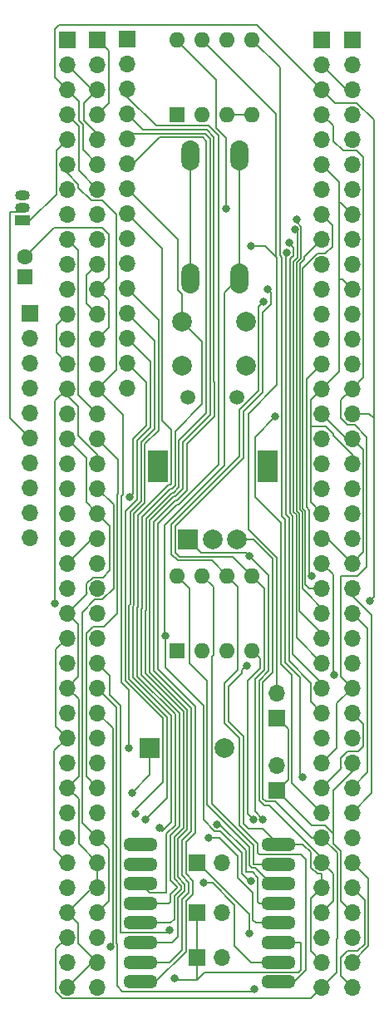
<source format=gbl>
G04 #@! TF.GenerationSoftware,KiCad,Pcbnew,7.0.7*
G04 #@! TF.CreationDate,2023-09-13T10:23:32-04:00*
G04 #@! TF.ProjectId,sensor_node,73656e73-6f72-45f6-9e6f-64652e6b6963,rev?*
G04 #@! TF.SameCoordinates,Original*
G04 #@! TF.FileFunction,Copper,L2,Bot*
G04 #@! TF.FilePolarity,Positive*
%FSLAX46Y46*%
G04 Gerber Fmt 4.6, Leading zero omitted, Abs format (unit mm)*
G04 Created by KiCad (PCBNEW 7.0.7) date 2023-09-13 10:23:32*
%MOMM*%
%LPD*%
G01*
G04 APERTURE LIST*
G04 #@! TA.AperFunction,ComponentPad*
%ADD10R,1.700000X1.700000*%
G04 #@! TD*
G04 #@! TA.AperFunction,ComponentPad*
%ADD11O,1.700000X1.700000*%
G04 #@! TD*
G04 #@! TA.AperFunction,ComponentPad*
%ADD12R,1.600000X1.600000*%
G04 #@! TD*
G04 #@! TA.AperFunction,ComponentPad*
%ADD13O,1.600000X1.600000*%
G04 #@! TD*
G04 #@! TA.AperFunction,ComponentPad*
%ADD14R,2.000000X2.000000*%
G04 #@! TD*
G04 #@! TA.AperFunction,ComponentPad*
%ADD15C,2.000000*%
G04 #@! TD*
G04 #@! TA.AperFunction,ComponentPad*
%ADD16R,1.500000X1.050000*%
G04 #@! TD*
G04 #@! TA.AperFunction,ComponentPad*
%ADD17O,1.500000X1.050000*%
G04 #@! TD*
G04 #@! TA.AperFunction,ComponentPad*
%ADD18C,1.500000*%
G04 #@! TD*
G04 #@! TA.AperFunction,ComponentPad*
%ADD19R,2.000000X3.200000*%
G04 #@! TD*
G04 #@! TA.AperFunction,ComponentPad*
%ADD20O,3.500000X1.350000*%
G04 #@! TD*
G04 #@! TA.AperFunction,ComponentPad*
%ADD21C,1.600000*%
G04 #@! TD*
G04 #@! TA.AperFunction,ComponentPad*
%ADD22O,1.850000X3.048000*%
G04 #@! TD*
G04 #@! TA.AperFunction,ViaPad*
%ADD23C,0.800000*%
G04 #@! TD*
G04 #@! TA.AperFunction,Conductor*
%ADD24C,0.200000*%
G04 #@! TD*
G04 #@! TA.AperFunction,Conductor*
%ADD25C,0.150000*%
G04 #@! TD*
G04 APERTURE END LIST*
D10*
X154686000Y-115062000D03*
D11*
X154686000Y-112522000D03*
D10*
X139446000Y-38557200D03*
D11*
X139446000Y-41097200D03*
X139446000Y-43637200D03*
X139446000Y-46177200D03*
X139446000Y-48717200D03*
X139446000Y-51257200D03*
X139446000Y-53797200D03*
X139446000Y-56337200D03*
X139446000Y-58877200D03*
X139446000Y-61417200D03*
X139446000Y-63957200D03*
X139446000Y-66497200D03*
X139446000Y-69037200D03*
X139446000Y-71577200D03*
X139446000Y-74117200D03*
D10*
X133315000Y-38590000D03*
D11*
X133315000Y-41130000D03*
X133315000Y-43670000D03*
X133315000Y-46210000D03*
X133315000Y-48750000D03*
X133315000Y-51290000D03*
X133315000Y-53830000D03*
X133315000Y-56370000D03*
X133315000Y-58910000D03*
X133315000Y-61450000D03*
X133315000Y-63990000D03*
X133315000Y-66530000D03*
X133315000Y-69070000D03*
X133315000Y-71610000D03*
X133315000Y-74150000D03*
X133315000Y-76690000D03*
X133315000Y-79230000D03*
X133315000Y-81770000D03*
X133315000Y-84310000D03*
X133315000Y-86850000D03*
X133315000Y-89390000D03*
X133315000Y-91930000D03*
X133315000Y-94470000D03*
X133315000Y-97010000D03*
X133315000Y-99550000D03*
X133315000Y-102090000D03*
X133315000Y-104630000D03*
X133315000Y-107170000D03*
X133315000Y-109710000D03*
X133315000Y-112250000D03*
X133315000Y-114790000D03*
X133315000Y-117330000D03*
X133315000Y-119870000D03*
X133315000Y-122410000D03*
X133315000Y-124950000D03*
X133315000Y-127490000D03*
X133315000Y-130030000D03*
X133315000Y-132570000D03*
X133315000Y-135110000D03*
D10*
X162340000Y-38590000D03*
D11*
X162340000Y-41130000D03*
X162340000Y-43670000D03*
X162340000Y-46210000D03*
X162340000Y-48750000D03*
X162340000Y-51290000D03*
X162340000Y-53830000D03*
X162340000Y-56370000D03*
X162340000Y-58910000D03*
X162340000Y-61450000D03*
X162340000Y-63990000D03*
X162340000Y-66530000D03*
X162340000Y-69070000D03*
X162340000Y-71610000D03*
X162340000Y-74150000D03*
X162340000Y-76690000D03*
X162340000Y-79230000D03*
X162340000Y-81770000D03*
X162340000Y-84310000D03*
X162340000Y-86850000D03*
X162340000Y-89390000D03*
X162340000Y-91930000D03*
X162340000Y-94470000D03*
X162340000Y-97010000D03*
X162340000Y-99550000D03*
X162340000Y-102090000D03*
X162340000Y-104630000D03*
X162340000Y-107170000D03*
X162340000Y-109710000D03*
X162340000Y-112250000D03*
X162340000Y-114790000D03*
X162340000Y-117330000D03*
X162340000Y-119870000D03*
X162340000Y-122410000D03*
X162340000Y-124950000D03*
X162340000Y-127490000D03*
X162340000Y-130030000D03*
X162340000Y-132570000D03*
X162340000Y-135110000D03*
D12*
X144526000Y-100838000D03*
D13*
X147066000Y-100838000D03*
X149606000Y-100838000D03*
X152146000Y-100838000D03*
X152146000Y-93218000D03*
X149606000Y-93218000D03*
X147066000Y-93218000D03*
X144526000Y-93218000D03*
D14*
X141742000Y-110744000D03*
D15*
X149342000Y-110744000D03*
D16*
X128750000Y-57000000D03*
D17*
X128750000Y-55730000D03*
X128750000Y-54460000D03*
D18*
X145622000Y-75042000D03*
X150622000Y-75042000D03*
D14*
X145622000Y-89542000D03*
D15*
X150622000Y-89542000D03*
X148122000Y-89542000D03*
D19*
X142522000Y-82042000D03*
X153722000Y-82042000D03*
D10*
X146558000Y-132108000D03*
D11*
X149098000Y-132108000D03*
D10*
X129500000Y-66470000D03*
D11*
X129500000Y-69010000D03*
X129500000Y-71550000D03*
X129500000Y-74090000D03*
X129500000Y-76630000D03*
X129500000Y-79170000D03*
X129500000Y-81710000D03*
X129500000Y-84250000D03*
X129500000Y-86790000D03*
X129500000Y-89330000D03*
D20*
X154798000Y-134568000D03*
X154798000Y-132568000D03*
X154798000Y-130568000D03*
X154798000Y-128568000D03*
X154798000Y-126568000D03*
X154798000Y-124568000D03*
X154798000Y-122568000D03*
X154798000Y-120568000D03*
X140804000Y-134568000D03*
X140804000Y-132568000D03*
X140804000Y-130568000D03*
X140804000Y-128568000D03*
X140804000Y-126568000D03*
X140804000Y-124568000D03*
X140804000Y-122568000D03*
X140804000Y-120568000D03*
D10*
X154686000Y-107696000D03*
D11*
X154686000Y-105156000D03*
D12*
X144526000Y-46228000D03*
D13*
X147066000Y-46228000D03*
X149606000Y-46228000D03*
X152146000Y-46228000D03*
X152146000Y-38608000D03*
X149606000Y-38608000D03*
X147066000Y-38608000D03*
X144526000Y-38608000D03*
D10*
X146558000Y-127508000D03*
D11*
X149098000Y-127508000D03*
D12*
X129000000Y-62750000D03*
D21*
X129000000Y-60750000D03*
D10*
X146558000Y-122428000D03*
D11*
X149098000Y-122428000D03*
D22*
X145836000Y-62882000D03*
X145836000Y-50382000D03*
X150836000Y-62882000D03*
X150836000Y-50382000D03*
D15*
X151535200Y-71846000D03*
X145035200Y-71846000D03*
X151535200Y-67346000D03*
X145035200Y-67346000D03*
D10*
X136398000Y-38608000D03*
D11*
X136398000Y-41148000D03*
X136398000Y-43688000D03*
X136398000Y-46228000D03*
X136398000Y-48768000D03*
X136398000Y-51308000D03*
X136398000Y-53848000D03*
X136398000Y-56388000D03*
X136398000Y-58928000D03*
X136398000Y-61468000D03*
X136398000Y-64008000D03*
X136398000Y-66548000D03*
X136398000Y-69088000D03*
X136398000Y-71628000D03*
X136398000Y-74168000D03*
X136398000Y-76708000D03*
X136398000Y-79248000D03*
X136398000Y-81788000D03*
X136398000Y-84328000D03*
X136398000Y-86868000D03*
X136398000Y-89408000D03*
X136398000Y-91948000D03*
X136398000Y-94488000D03*
X136398000Y-97028000D03*
X136398000Y-99568000D03*
X136398000Y-102108000D03*
X136398000Y-104648000D03*
X136398000Y-107188000D03*
X136398000Y-109728000D03*
X136398000Y-112268000D03*
X136398000Y-114808000D03*
X136398000Y-117348000D03*
X136398000Y-119888000D03*
X136398000Y-122428000D03*
X136398000Y-124968000D03*
X136398000Y-127508000D03*
X136398000Y-130048000D03*
X136398000Y-132588000D03*
X136398000Y-135128000D03*
D10*
X159258000Y-38608000D03*
D11*
X159258000Y-41148000D03*
X159258000Y-43688000D03*
X159258000Y-46228000D03*
X159258000Y-48768000D03*
X159258000Y-51308000D03*
X159258000Y-53848000D03*
X159258000Y-56388000D03*
X159258000Y-58928000D03*
X159258000Y-61468000D03*
X159258000Y-64008000D03*
X159258000Y-66548000D03*
X159258000Y-69088000D03*
X159258000Y-71628000D03*
X159258000Y-74168000D03*
X159258000Y-76708000D03*
X159258000Y-79248000D03*
X159258000Y-81788000D03*
X159258000Y-84328000D03*
X159258000Y-86868000D03*
X159258000Y-89408000D03*
X159258000Y-91948000D03*
X159258000Y-94488000D03*
X159258000Y-97028000D03*
X159258000Y-99568000D03*
X159258000Y-102108000D03*
X159258000Y-104648000D03*
X159258000Y-107188000D03*
X159258000Y-109728000D03*
X159258000Y-112268000D03*
X159258000Y-114808000D03*
X159258000Y-117348000D03*
X159258000Y-119888000D03*
X159258000Y-122428000D03*
X159258000Y-124968000D03*
X159258000Y-127508000D03*
X159258000Y-130048000D03*
X159258000Y-132588000D03*
X159258000Y-135128000D03*
D23*
X151892000Y-91186000D03*
X149500000Y-55792500D03*
X152058595Y-59655493D03*
X143307067Y-99314000D03*
X152000000Y-124300000D03*
X143756500Y-129283535D03*
X157250000Y-113750000D03*
X152250000Y-118000000D03*
X155684662Y-60279569D03*
X158242000Y-93218000D03*
X153249503Y-118000000D03*
X153732500Y-64008000D03*
X153332500Y-65278000D03*
X139689692Y-85189692D03*
X164146500Y-95758000D03*
X139549500Y-110750000D03*
X156508500Y-57912000D03*
X156718000Y-56896000D03*
X139900000Y-115300000D03*
X132080000Y-96000000D03*
X155892474Y-59301909D03*
X137700000Y-131000000D03*
X152400000Y-135300000D03*
X147232500Y-124460000D03*
X142700000Y-118900000D03*
X141300000Y-118000000D03*
X147685221Y-119914779D03*
X148597820Y-118502180D03*
X140300000Y-117449500D03*
X154494500Y-77000000D03*
X151829500Y-129600000D03*
X160479500Y-103308359D03*
X144272000Y-134174500D03*
X151575500Y-102362000D03*
D24*
X152850000Y-116091686D02*
X153370314Y-116612000D01*
X160408000Y-123578000D02*
X159258000Y-122428000D01*
X160408000Y-126358000D02*
X160408000Y-123578000D01*
X146922000Y-90842000D02*
X151548000Y-90842000D01*
X152850000Y-103886313D02*
X152850000Y-116091686D01*
X153816000Y-93110000D02*
X153816000Y-102920313D01*
X151892000Y-91186000D02*
X153816000Y-93110000D01*
X153912000Y-116612000D02*
X159258000Y-121958000D01*
X153816000Y-102920313D02*
X152850000Y-103886313D01*
X151548000Y-90842000D02*
X151892000Y-91186000D01*
X159258000Y-121958000D02*
X159258000Y-122428000D01*
X159258000Y-127508000D02*
X160408000Y-126358000D01*
X153370314Y-116612000D02*
X153912000Y-116612000D01*
X145622000Y-89542000D02*
X146922000Y-90842000D01*
X144526000Y-38726000D02*
X144526000Y-38608000D01*
X149500000Y-55792500D02*
X149500000Y-48604314D01*
X149500000Y-48604314D02*
X148506000Y-47610314D01*
X148506000Y-47610314D02*
X148506000Y-42706000D01*
X148506000Y-42706000D02*
X144526000Y-38726000D01*
X154686000Y-73768000D02*
X151750000Y-76704000D01*
X154584662Y-56896000D02*
X154584662Y-60735205D01*
X154584662Y-60735205D02*
X154686000Y-60836543D01*
X151750000Y-76704000D02*
X151750000Y-88446315D01*
X147066000Y-38608000D02*
X154584662Y-46126662D01*
X152058595Y-59655493D02*
X153504950Y-59655493D01*
X154686000Y-91382315D02*
X154686000Y-105156000D01*
X151750000Y-88446315D02*
X154686000Y-91382315D01*
X153504950Y-59655493D02*
X154584662Y-60735205D01*
X154686000Y-60836543D02*
X154686000Y-73768000D01*
X154584662Y-46126662D02*
X154584662Y-56896000D01*
X151834943Y-124300000D02*
X151100000Y-123565057D01*
X147174000Y-118068310D02*
X147174000Y-106424000D01*
X151100000Y-121400000D02*
X148902180Y-119202180D01*
X143307067Y-102557067D02*
X143307067Y-99314000D01*
X151100000Y-123565057D02*
X151100000Y-121400000D01*
X143263473Y-99270406D02*
X143263473Y-88072841D01*
X149352000Y-64366000D02*
X150836000Y-62882000D01*
X149352000Y-81984314D02*
X149352000Y-64366000D01*
X148902180Y-119202180D02*
X148307870Y-119202180D01*
X143307067Y-99314000D02*
X143263473Y-99270406D01*
X150836000Y-50382000D02*
X150836000Y-62882000D01*
X143263473Y-88072841D02*
X149352000Y-81984314D01*
X147174000Y-106424000D02*
X143307067Y-102557067D01*
X148307870Y-119202180D02*
X147174000Y-118068310D01*
X152000000Y-124300000D02*
X151834943Y-124300000D01*
X143756500Y-129283535D02*
X143497035Y-129543000D01*
X157000000Y-103565686D02*
X155492000Y-102057686D01*
X154984662Y-60569519D02*
X154984662Y-41446662D01*
X157000000Y-113500000D02*
X157000000Y-103565686D01*
X137668000Y-103378000D02*
X136398000Y-102108000D01*
X155492000Y-102057686D02*
X155492000Y-87456824D01*
X154984662Y-41446662D02*
X152146000Y-38608000D01*
X138748000Y-129543000D02*
X138748000Y-106432314D01*
X137668000Y-105352314D02*
X137668000Y-103378000D01*
X138748000Y-106432314D02*
X137668000Y-105352314D01*
X155194000Y-87158823D02*
X155194000Y-60778857D01*
X155492000Y-87456824D02*
X155194000Y-87158823D01*
X157250000Y-113750000D02*
X157000000Y-113500000D01*
X155194000Y-60778857D02*
X154984662Y-60569519D01*
X143497035Y-129543000D02*
X138748000Y-129543000D01*
X151676000Y-103928942D02*
X152945999Y-102658943D01*
X152945999Y-102658943D02*
X152945999Y-101637999D01*
X151676000Y-117426000D02*
X151676000Y-103928942D01*
X152250000Y-118000000D02*
X151676000Y-117426000D01*
X152945999Y-101637999D02*
X152146000Y-100838000D01*
X155594000Y-60613171D02*
X155594000Y-86993138D01*
X155472530Y-60491701D02*
X155594000Y-60613171D01*
X155892000Y-87291138D02*
X155892000Y-101892000D01*
X155684662Y-60279569D02*
X155472530Y-60491701D01*
X155594000Y-86993138D02*
X155892000Y-87291138D01*
X155892000Y-101892000D02*
X158108000Y-104108000D01*
X158108000Y-106038000D02*
X159258000Y-107188000D01*
X158108000Y-104108000D02*
X158108000Y-106038000D01*
X157693000Y-86193000D02*
X158000000Y-86500000D01*
X157693000Y-73193000D02*
X157693000Y-86193000D01*
X158000000Y-86500000D02*
X157942000Y-86558000D01*
X157942000Y-86558000D02*
X157942000Y-92918000D01*
X157942000Y-92918000D02*
X158242000Y-93218000D01*
X159258000Y-71628000D02*
X157693000Y-73193000D01*
X153235200Y-66365250D02*
X153235200Y-74479411D01*
X151276000Y-76438611D02*
X151276000Y-81191685D01*
X153732500Y-64008000D02*
X154032500Y-64308000D01*
X144322000Y-90842000D02*
X144722000Y-91242000D01*
X153416000Y-102754627D02*
X153416000Y-94488000D01*
X144722000Y-91242000D02*
X150170000Y-91242000D01*
X151276000Y-81191685D02*
X144322000Y-88145686D01*
X153249503Y-118000000D02*
X152450000Y-117200497D01*
X144322000Y-88145686D02*
X144322000Y-90842000D01*
X153235200Y-74479411D02*
X151276000Y-76438611D01*
X150170000Y-91242000D02*
X152146000Y-93218000D01*
X154032500Y-65567950D02*
X153235200Y-66365250D01*
X153416000Y-94488000D02*
X152146000Y-93218000D01*
X152450000Y-117200497D02*
X152450000Y-103720627D01*
X152450000Y-103720627D02*
X153416000Y-102754627D01*
X154032500Y-64308000D02*
X154032500Y-65567950D01*
X157600000Y-122100000D02*
X157600000Y-133400000D01*
X149606000Y-93218000D02*
X148030000Y-91642000D01*
X150876000Y-118659744D02*
X152700000Y-120483744D01*
X156432000Y-134568000D02*
X154798000Y-134568000D01*
X144556314Y-91642000D02*
X143922000Y-91007685D01*
X150876000Y-109728000D02*
X150876000Y-118659744D01*
X152893000Y-121593000D02*
X157093000Y-121593000D01*
X148030000Y-91642000D02*
X144556314Y-91642000D01*
X150876000Y-81026000D02*
X150876000Y-76272925D01*
X150876000Y-76272925D02*
X152835200Y-74313725D01*
X152835200Y-65775300D02*
X153332500Y-65278000D01*
X143922000Y-87980000D02*
X150876000Y-81026000D01*
X152700000Y-120483744D02*
X152700000Y-121400000D01*
X150706000Y-94318000D02*
X150706000Y-102786000D01*
X149350000Y-104142000D02*
X149350000Y-108201999D01*
X149350000Y-108201999D02*
X150876000Y-109728000D01*
X149606000Y-93218000D02*
X150706000Y-94318000D01*
X150706000Y-102786000D02*
X149350000Y-104142000D01*
X157600000Y-133400000D02*
X156432000Y-134568000D01*
X152835200Y-74313725D02*
X152835200Y-65775300D01*
X157093000Y-121593000D02*
X157600000Y-122100000D01*
X152700000Y-121400000D02*
X152893000Y-121593000D01*
X143922000Y-91007685D02*
X143922000Y-87980000D01*
X148201200Y-94353200D02*
X147066000Y-93218000D01*
X148201200Y-101258435D02*
X148201200Y-94353200D01*
X148042000Y-116391430D02*
X148042000Y-101417635D01*
X154798000Y-122568000D02*
X152300000Y-122568000D01*
X148042000Y-101417635D02*
X148201200Y-101258435D01*
X152300000Y-120649430D02*
X148042000Y-116391430D01*
X152300000Y-122568000D02*
X152300000Y-120649430D01*
X145796000Y-102108000D02*
X145796000Y-94488000D01*
X145796000Y-94488000D02*
X144526000Y-93218000D01*
X151900000Y-122733685D02*
X151900000Y-120815116D01*
X152134315Y-122968000D02*
X151900000Y-122733685D01*
X154068000Y-124568000D02*
X152468000Y-122968000D01*
X140022000Y-84857384D02*
X139689692Y-85189692D01*
X147574000Y-116489116D02*
X147574000Y-103886000D01*
X141400000Y-77902942D02*
X140022000Y-79280942D01*
X154798000Y-124568000D02*
X154068000Y-124568000D01*
X140022000Y-79280942D02*
X140022000Y-84857384D01*
X139446000Y-71577200D02*
X141400000Y-73531200D01*
X141400000Y-73531200D02*
X141400000Y-77902942D01*
X151900000Y-120815116D02*
X147574000Y-116489116D01*
X152468000Y-122968000D02*
X152134315Y-122968000D01*
X147574000Y-103886000D02*
X145796000Y-102108000D01*
X140804000Y-126568000D02*
X143632000Y-126568000D01*
X143808000Y-119647686D02*
X144750000Y-118705686D01*
X143987686Y-84342000D02*
X144304000Y-84025685D01*
X140932000Y-87217688D02*
X143807686Y-84342000D01*
X140932000Y-96561572D02*
X140932000Y-87217688D01*
X145035200Y-67346000D02*
X145035200Y-64517200D01*
X144500000Y-125003256D02*
X144500000Y-124932744D01*
X144611000Y-64093000D02*
X144611000Y-58962200D01*
X144304000Y-84025685D02*
X144304000Y-78494744D01*
X144611000Y-58962200D02*
X139446000Y-53797200D01*
X144500000Y-124932744D02*
X143808000Y-124240742D01*
X144750000Y-118705686D02*
X144750000Y-107171570D01*
X143808000Y-125695257D02*
X144500000Y-125003256D01*
X145035200Y-64517200D02*
X144611000Y-64093000D01*
X140862000Y-103283570D02*
X140862000Y-96631572D01*
X143632000Y-126568000D02*
X143808000Y-126392000D01*
X147066000Y-75732744D02*
X147066000Y-69376800D01*
X144304000Y-78494744D02*
X147066000Y-75732744D01*
X143807686Y-84342000D02*
X143987686Y-84342000D01*
X147066000Y-69376800D02*
X145035200Y-67346000D01*
X140862000Y-96631572D02*
X140932000Y-96561572D01*
X143808000Y-126392000D02*
X143808000Y-125695257D01*
X144750000Y-107171570D02*
X140862000Y-103283570D01*
X143808000Y-124240742D02*
X143808000Y-119647686D01*
X162812346Y-45056000D02*
X164540000Y-46783654D01*
X162966000Y-111100000D02*
X163490000Y-110576000D01*
X132080000Y-37510000D02*
X132080000Y-42442000D01*
X161264827Y-112801173D02*
X161190000Y-112726346D01*
X132000000Y-121102000D02*
X132000000Y-111010000D01*
X163490000Y-110576000D02*
X163490000Y-108327000D01*
X134500000Y-46829314D02*
X134900000Y-47229315D01*
X152654000Y-37084000D02*
X132506000Y-37084000D01*
X133304000Y-122406000D02*
X132000000Y-121102000D01*
X132154000Y-100696000D02*
X133304000Y-99546000D01*
X132154000Y-108556000D02*
X132154000Y-100696000D01*
X164540000Y-95364500D02*
X164146500Y-95758000D01*
X164540000Y-77150000D02*
X164540000Y-95364500D01*
X134900000Y-49810000D02*
X136398000Y-51308000D01*
X160626000Y-45056000D02*
X162812346Y-45056000D01*
X134500000Y-44855000D02*
X134500000Y-46829314D01*
X132080000Y-42442000D02*
X133304000Y-43666000D01*
X132000000Y-111010000D02*
X133304000Y-109706000D01*
X133304000Y-109706000D02*
X132154000Y-108556000D01*
X159258000Y-43688000D02*
X160626000Y-45056000D01*
X159258000Y-43688000D02*
X152654000Y-37084000D01*
X133315000Y-43670000D02*
X134500000Y-44855000D01*
X161863654Y-111100000D02*
X162966000Y-111100000D01*
X164540000Y-46783654D02*
X164540000Y-77150000D01*
X163490000Y-108327000D02*
X162329000Y-107166000D01*
X134900000Y-47229315D02*
X134900000Y-49810000D01*
X162340000Y-76690000D02*
X164080000Y-76690000D01*
X161190000Y-111773654D02*
X161863654Y-111100000D01*
X161190000Y-112726346D02*
X161190000Y-111773654D01*
X132506000Y-37084000D02*
X132080000Y-37510000D01*
X159258000Y-114808000D02*
X161264827Y-112801173D01*
X164080000Y-76690000D02*
X164540000Y-77150000D01*
X134465000Y-60060000D02*
X133315000Y-58910000D01*
X136398000Y-76708000D02*
X134465000Y-74775000D01*
X136398000Y-41148000D02*
X136144000Y-41148000D01*
X134465000Y-74775000D02*
X134465000Y-60060000D01*
X138830000Y-104080000D02*
X138830000Y-85059434D01*
X136874346Y-54998000D02*
X135748000Y-54998000D01*
X136398000Y-74168000D02*
X138296000Y-72270000D01*
X134465000Y-53353654D02*
X133315000Y-52203654D01*
X139000000Y-76770000D02*
X136398000Y-74168000D01*
X133315000Y-52203654D02*
X133315000Y-51290000D01*
X138296000Y-56419654D02*
X136874346Y-54998000D01*
X135748000Y-54998000D02*
X134465000Y-53715000D01*
X139549500Y-110750000D02*
X139549500Y-104799500D01*
X134465000Y-53715000D02*
X134465000Y-53353654D01*
X138296000Y-72270000D02*
X138296000Y-56419654D01*
X139000000Y-84889434D02*
X139000000Y-76770000D01*
X139549500Y-104799500D02*
X138830000Y-104080000D01*
X138830000Y-85059434D02*
X139000000Y-84889434D01*
D25*
X156667000Y-99517000D02*
X159258000Y-102108000D01*
X156508500Y-57912000D02*
X156759662Y-58163162D01*
X156369000Y-86672122D02*
X156667000Y-86970122D01*
X159258000Y-102108000D02*
X159766000Y-102108000D01*
X156759662Y-58163162D02*
X156759662Y-60823338D01*
X156759662Y-60823338D02*
X156369000Y-61214000D01*
X156667000Y-86970122D02*
X156667000Y-99517000D01*
X156369000Y-61214000D02*
X156369000Y-86672122D01*
X156718000Y-56896000D02*
X156718000Y-57287000D01*
X157133500Y-57653116D02*
X157133500Y-60873764D01*
X156718000Y-61289264D02*
X156718000Y-86596858D01*
X156767384Y-57287000D02*
X157133500Y-57653116D01*
X156718000Y-86596858D02*
X156967000Y-86845858D01*
X156718000Y-57287000D02*
X156767384Y-57287000D01*
X156967000Y-96769000D02*
X159766000Y-99568000D01*
X157133500Y-60873764D02*
X156718000Y-61289264D01*
X156967000Y-86845858D02*
X156967000Y-96769000D01*
D24*
X138500000Y-84823749D02*
X138500000Y-81350000D01*
X135248000Y-99091654D02*
X135921654Y-98418000D01*
X136398000Y-114808000D02*
X135248000Y-113658000D01*
X138430000Y-97028000D02*
X138430000Y-84893749D01*
X138500000Y-81350000D02*
X136398000Y-79248000D01*
X138430000Y-84893749D02*
X138500000Y-84823749D01*
X135921654Y-98418000D02*
X137040000Y-98418000D01*
X135248000Y-113658000D02*
X135248000Y-99091654D01*
X137040000Y-98418000D02*
X138430000Y-97028000D01*
X139900000Y-115300000D02*
X141742000Y-113458000D01*
X141742000Y-113458000D02*
X141742000Y-110744000D01*
X136398000Y-81788000D02*
X136398000Y-80874346D01*
X134465000Y-78941346D02*
X134465000Y-75965000D01*
X136398000Y-80874346D02*
X134465000Y-78941346D01*
X133315000Y-74815000D02*
X133315000Y-74150000D01*
X132080000Y-75370000D02*
X133304000Y-74146000D01*
X134465000Y-75965000D02*
X133315000Y-74815000D01*
X132080000Y-96000000D02*
X132080000Y-75370000D01*
D25*
X157267000Y-86721594D02*
X157267000Y-94529000D01*
X157433500Y-60752500D02*
X157433500Y-60998028D01*
X157267000Y-94529000D02*
X159766000Y-97028000D01*
X157018000Y-86472594D02*
X157267000Y-86721594D01*
X157433500Y-60998028D02*
X157018000Y-61413528D01*
X157018000Y-61413528D02*
X157018000Y-86472594D01*
X159258000Y-58928000D02*
X157433500Y-60752500D01*
D24*
X156292000Y-101174000D02*
X159766000Y-104648000D01*
X156213670Y-60740511D02*
X155994000Y-60960181D01*
X156384662Y-60668008D02*
X156312159Y-60740511D01*
X155892474Y-59301909D02*
X156384662Y-59794097D01*
X156384662Y-59794097D02*
X156384662Y-60668008D01*
X156312159Y-60740511D02*
X156213670Y-60740511D01*
X155994000Y-60960181D02*
X155994000Y-86827452D01*
X155994000Y-86827452D02*
X156292000Y-87125452D01*
X156292000Y-87125452D02*
X156292000Y-101174000D01*
X159258000Y-119888000D02*
X158188000Y-119888000D01*
X160779000Y-131923969D02*
X160782000Y-131920969D01*
X160782000Y-131920969D02*
X160782000Y-130150346D01*
X152280000Y-89542000D02*
X150622000Y-89542000D01*
X159258000Y-135128000D02*
X160779000Y-133607000D01*
X153250000Y-104051999D02*
X154216000Y-103085999D01*
X154216000Y-103085999D02*
X154216000Y-91478000D01*
X153536000Y-116212000D02*
X153250000Y-115926000D01*
X132154000Y-135582346D02*
X132849654Y-136278000D01*
X158188000Y-119888000D02*
X154512000Y-116212000D01*
X160808000Y-130124346D02*
X160808000Y-121438000D01*
X132154000Y-131176000D02*
X132154000Y-135582346D01*
X160782000Y-130150346D02*
X160808000Y-130124346D01*
X160808000Y-121438000D02*
X159258000Y-119888000D01*
X154512000Y-116212000D02*
X153536000Y-116212000D01*
X160779000Y-133607000D02*
X160779000Y-131923969D01*
X158108000Y-136278000D02*
X159258000Y-135128000D01*
X132849654Y-136278000D02*
X158108000Y-136278000D01*
X153250000Y-115926000D02*
X153250000Y-104051999D01*
X154216000Y-91478000D02*
X152280000Y-89542000D01*
X133304000Y-130026000D02*
X132154000Y-131176000D01*
X137948000Y-130752000D02*
X137948000Y-108738000D01*
X163890000Y-98567000D02*
X163890000Y-113225000D01*
X163600000Y-126210000D02*
X163600000Y-130729314D01*
X162909314Y-131420000D02*
X161863654Y-131420000D01*
X162340000Y-124950000D02*
X163600000Y-126210000D01*
X163890000Y-113225000D02*
X162329000Y-114786000D01*
X162306000Y-134874000D02*
X162329000Y-134897000D01*
X161190000Y-133960000D02*
X162340000Y-135110000D01*
X137948000Y-108738000D02*
X136398000Y-107188000D01*
X162329000Y-97006000D02*
X163890000Y-98567000D01*
X161863654Y-131420000D02*
X161190000Y-132093654D01*
X163600000Y-130729314D02*
X162909314Y-131420000D01*
X162329000Y-134897000D02*
X162329000Y-135106000D01*
X161190000Y-132093654D02*
X161190000Y-133960000D01*
X137700000Y-131000000D02*
X137948000Y-130752000D01*
X162329000Y-132566000D02*
X164000000Y-130895000D01*
X138943000Y-135543000D02*
X138400000Y-135000000D01*
X138400000Y-135000000D02*
X138400000Y-130710050D01*
X162329000Y-117326000D02*
X164290000Y-115365000D01*
X164000000Y-130895000D02*
X164000000Y-124077000D01*
X138348000Y-130658050D02*
X138348000Y-106598000D01*
X152400000Y-135300000D02*
X152157000Y-135543000D01*
X164290000Y-97234000D02*
X162329000Y-95273000D01*
X138348000Y-106598000D02*
X136398000Y-104648000D01*
X162329000Y-95273000D02*
X162329000Y-94466000D01*
X152157000Y-135543000D02*
X138943000Y-135543000D01*
X164290000Y-115365000D02*
X164290000Y-97234000D01*
X164000000Y-124077000D02*
X162329000Y-122406000D01*
X138400000Y-130710050D02*
X138348000Y-130658050D01*
X134848000Y-96951654D02*
X136161654Y-95638000D01*
X136398000Y-119888000D02*
X136398000Y-119634000D01*
X137548000Y-121038000D02*
X137548000Y-126358000D01*
X136398000Y-119888000D02*
X137548000Y-121038000D01*
X138030000Y-94482346D02*
X138030000Y-85960000D01*
X138030000Y-85960000D02*
X136398000Y-84328000D01*
X136161654Y-95638000D02*
X136874346Y-95638000D01*
X134848000Y-113823685D02*
X134848000Y-96951654D01*
X134850000Y-118340000D02*
X134850000Y-113825686D01*
X136398000Y-119888000D02*
X134850000Y-118340000D01*
X137548000Y-126358000D02*
X136398000Y-127508000D01*
X136874346Y-95638000D02*
X138030000Y-94482346D01*
D25*
X159766000Y-94488000D02*
X157988000Y-94488000D01*
X160333000Y-59667000D02*
X160333000Y-57463000D01*
X160333000Y-57463000D02*
X159258000Y-56388000D01*
X157318000Y-61887720D02*
X158812720Y-60393000D01*
X157567000Y-94067000D02*
X157567000Y-86597330D01*
X159607000Y-60393000D02*
X160333000Y-59667000D01*
X158812720Y-60393000D02*
X159607000Y-60393000D01*
X157567000Y-86597330D02*
X157318000Y-86348330D01*
X157988000Y-94488000D02*
X157567000Y-94067000D01*
X157318000Y-86348330D02*
X157318000Y-61887720D01*
D24*
X142600000Y-67111200D02*
X139446000Y-63957200D01*
X140030000Y-103582942D02*
X140030000Y-96332201D01*
X142700000Y-118900000D02*
X143004157Y-119204157D01*
X150368000Y-126724491D02*
X148103509Y-124460000D01*
X142600000Y-78400000D02*
X142600000Y-67111200D01*
X150368000Y-130868000D02*
X150368000Y-126724491D01*
X140030000Y-96332201D02*
X140132000Y-96230201D01*
X143900000Y-107452943D02*
X140030000Y-103582942D01*
X140132000Y-96230201D02*
X140132000Y-86868000D01*
X141222000Y-85778000D02*
X141222000Y-79778000D01*
X143900000Y-118312157D02*
X143900000Y-107452943D01*
X152068000Y-132568000D02*
X150368000Y-130868000D01*
X148103509Y-124460000D02*
X147232500Y-124460000D01*
X143004157Y-119204157D02*
X143008000Y-119204157D01*
X143008000Y-119204157D02*
X143900000Y-118312157D01*
X154798000Y-132568000D02*
X152068000Y-132568000D01*
X141222000Y-79778000D02*
X142600000Y-78400000D01*
X140132000Y-86868000D02*
X141222000Y-85778000D01*
X139732000Y-96064515D02*
X139732000Y-86702314D01*
X150700000Y-123989950D02*
X152204500Y-125494450D01*
X140822000Y-79612314D02*
X142200000Y-78234314D01*
X143500000Y-107618628D02*
X139630000Y-103748628D01*
X139732000Y-86702314D02*
X140822000Y-85612314D01*
X147685221Y-119914779D02*
X148814779Y-119914779D01*
X152204500Y-125494450D02*
X152204500Y-128240500D01*
X140822000Y-85612314D02*
X140822000Y-79612314D01*
X143500000Y-115800000D02*
X143500000Y-107618628D01*
X142200000Y-69251200D02*
X139446000Y-66497200D01*
X139630000Y-103748628D02*
X139630000Y-96166515D01*
X152204500Y-128240500D02*
X152532000Y-128568000D01*
X148814779Y-119914779D02*
X150700000Y-121800000D01*
X139630000Y-96166515D02*
X139732000Y-96064515D01*
X141300000Y-118000000D02*
X143500000Y-115800000D01*
X142200000Y-78234314D02*
X142200000Y-69251200D01*
X152532000Y-128568000D02*
X154798000Y-128568000D01*
X150700000Y-121800000D02*
X150700000Y-123989950D01*
X141800000Y-71391200D02*
X139446000Y-69037200D01*
X139230000Y-86638629D02*
X140422000Y-85446628D01*
X139230000Y-103914314D02*
X139230000Y-86638629D01*
X151500000Y-123336629D02*
X151531371Y-123368000D01*
X152748000Y-123948000D02*
X152748000Y-126448000D01*
X140300000Y-117449500D02*
X140300000Y-117002000D01*
X140422000Y-79446628D02*
X141800000Y-78068628D01*
X148597820Y-118502180D02*
X148802180Y-118502180D01*
X141800000Y-78068628D02*
X141800000Y-71391200D01*
X151531371Y-123368000D02*
X152168000Y-123368000D01*
X152868000Y-126568000D02*
X154798000Y-126568000D01*
X140300000Y-117002000D02*
X143042000Y-114260000D01*
X152748000Y-126448000D02*
X152868000Y-126568000D01*
X143042000Y-107726314D02*
X139230000Y-103914314D01*
X143042000Y-114260000D02*
X143042000Y-107726314D01*
X151500000Y-121200000D02*
X151500000Y-123336629D01*
X148802180Y-118502180D02*
X151500000Y-121200000D01*
X152168000Y-123368000D02*
X152748000Y-123948000D01*
X140422000Y-85446628D02*
X140422000Y-79446628D01*
X145408000Y-123578000D02*
X145408000Y-120310429D01*
X142532000Y-102690826D02*
X142532000Y-87903686D01*
X146350000Y-106508826D02*
X142532000Y-102690826D01*
X145408000Y-120310429D02*
X146350000Y-119368429D01*
X147687999Y-47358000D02*
X142354000Y-47358000D01*
X146350000Y-119368429D02*
X146350000Y-106508826D01*
X142354000Y-47358000D02*
X139446000Y-44450000D01*
X145408000Y-126358000D02*
X146100000Y-125666000D01*
X144650428Y-85942000D02*
X148707157Y-81885269D01*
X146100000Y-124270000D02*
X145408000Y-123578000D01*
X142532000Y-87903686D02*
X144493686Y-85942000D01*
X146100000Y-125666000D02*
X146100000Y-124270000D01*
X142332000Y-134568000D02*
X145408000Y-131492000D01*
X139446000Y-44450000D02*
X139446000Y-43637200D01*
X148707157Y-48377157D02*
X147688000Y-47358000D01*
X140804000Y-134568000D02*
X142332000Y-134568000D01*
X144493686Y-85942000D02*
X144650428Y-85942000D01*
X145408000Y-131492000D02*
X145408000Y-126358000D01*
X148707157Y-81885269D02*
X148707157Y-48377157D01*
X147522314Y-47758000D02*
X141026800Y-47758000D01*
X141026800Y-47758000D02*
X139446000Y-46177200D01*
X148266000Y-48501687D02*
X147522314Y-47758000D01*
X145504000Y-84522741D02*
X145504000Y-79736314D01*
X145008000Y-123743685D02*
X145008000Y-120144743D01*
X145700000Y-125500314D02*
X145700000Y-124435686D01*
X143732000Y-132568000D02*
X145008000Y-131292000D01*
X144484742Y-85542000D02*
X145504000Y-84522741D01*
X142132000Y-87738001D02*
X144328000Y-85542000D01*
X145008000Y-131292000D02*
X145008000Y-126192314D01*
X144328000Y-85542000D02*
X144484742Y-85542000D01*
X145950000Y-106674512D02*
X142132000Y-102856512D01*
X142132000Y-102856512D02*
X142132000Y-87738001D01*
X140804000Y-132568000D02*
X143732000Y-132568000D01*
X145700000Y-124435686D02*
X145008000Y-123743685D01*
X145504000Y-79736314D02*
X148307157Y-76933157D01*
X145008000Y-126192314D02*
X145700000Y-125500314D01*
X148266000Y-73406000D02*
X148266000Y-48501687D01*
X148307157Y-76933157D02*
X148307157Y-73447157D01*
X145950000Y-119202744D02*
X145950000Y-106674512D01*
X145008000Y-120144743D02*
X145950000Y-119202744D01*
X144139058Y-85142000D02*
X141732000Y-87549058D01*
X145104000Y-84357055D02*
X144319056Y-85142000D01*
X144608000Y-126026628D02*
X144608000Y-129992000D01*
X139446000Y-48717200D02*
X140005200Y-48158000D01*
X145104000Y-79570628D02*
X145104000Y-84357055D01*
X145300000Y-125334628D02*
X144608000Y-126026628D01*
X141732000Y-87549058D02*
X141732000Y-103022198D01*
X145550000Y-119037056D02*
X144608000Y-119979057D01*
X141732000Y-103022198D02*
X145550000Y-106840200D01*
X144319056Y-85142000D02*
X144139058Y-85142000D01*
X144608000Y-129992000D02*
X144032000Y-130568000D01*
X144032000Y-130568000D02*
X140804000Y-130568000D01*
X144608000Y-119979057D02*
X144608000Y-123909371D01*
X147866000Y-76808628D02*
X145104000Y-79570628D01*
X145550000Y-106840200D02*
X145550000Y-119037056D01*
X147356628Y-48158000D02*
X147866000Y-48667372D01*
X147866000Y-48667372D02*
X147866000Y-76808628D01*
X145300000Y-124601372D02*
X145300000Y-125334628D01*
X144608000Y-123909371D02*
X145300000Y-124601372D01*
X140005200Y-48158000D02*
X147356628Y-48158000D01*
X147466000Y-76642942D02*
X144704000Y-79404942D01*
X144208000Y-119813372D02*
X144208000Y-124075057D01*
X147110000Y-48558000D02*
X147466000Y-48914000D01*
X143832000Y-128568000D02*
X140804000Y-128568000D01*
X144704000Y-84191370D02*
X144153371Y-84742000D01*
X144208000Y-125860943D02*
X144208000Y-128192000D01*
X143973372Y-84742000D02*
X141332000Y-87383373D01*
X141262000Y-96797257D02*
X141262000Y-103117884D01*
X139446000Y-51257200D02*
X140004800Y-51257200D01*
X141262000Y-103117884D02*
X145150000Y-107005885D01*
X141332000Y-87383373D02*
X141332000Y-96727257D01*
X144900000Y-124767058D02*
X144900000Y-125168942D01*
X144208000Y-128192000D02*
X143832000Y-128568000D01*
X141332000Y-96727257D02*
X141262000Y-96797257D01*
X144208000Y-124075057D02*
X144900000Y-124767058D01*
X144153371Y-84742000D02*
X143973372Y-84742000D01*
X144704000Y-79404942D02*
X144704000Y-84191370D01*
X144900000Y-125168942D02*
X144208000Y-125860943D01*
X147466000Y-48914000D02*
X147466000Y-76642942D01*
X140004800Y-51257200D02*
X142704000Y-48558000D01*
X145150000Y-107005885D02*
X145150000Y-118871371D01*
X142704000Y-48558000D02*
X147110000Y-48558000D01*
X145150000Y-118871371D02*
X144208000Y-119813372D01*
X143822000Y-83942000D02*
X143904000Y-83860000D01*
X144300000Y-107287258D02*
X140462000Y-103449256D01*
X143000000Y-77425059D02*
X143000000Y-59891200D01*
X141736000Y-125500000D02*
X143408000Y-125500000D01*
X143904000Y-83860000D02*
X143904000Y-78329059D01*
X143904000Y-78329059D02*
X143000000Y-77425059D01*
X143000000Y-59891200D02*
X139446000Y-56337200D01*
X143642000Y-83942000D02*
X143822000Y-83942000D01*
X140804000Y-124568000D02*
X141736000Y-125500000D01*
X143408000Y-125500000D02*
X143408000Y-119482000D01*
X140462000Y-96465886D02*
X140532000Y-96395886D01*
X140462000Y-103449256D02*
X140462000Y-96465886D01*
X144300000Y-118589999D02*
X144300000Y-107287258D01*
X140532000Y-87052000D02*
X143642000Y-83942000D01*
X143408000Y-119482000D02*
X144300000Y-118589999D01*
X140532000Y-96395886D02*
X140532000Y-87052000D01*
X156186000Y-114276000D02*
X159258000Y-117348000D01*
X156186000Y-103317372D02*
X156186000Y-114276000D01*
X152422000Y-79072500D02*
X152422000Y-85172000D01*
X154494500Y-77000000D02*
X152422000Y-79072500D01*
X155086000Y-102217372D02*
X156186000Y-103317372D01*
X155086000Y-87836000D02*
X155086000Y-102217372D01*
X152422000Y-85172000D02*
X155086000Y-87836000D01*
X162816346Y-49900000D02*
X161400000Y-49900000D01*
X161863654Y-77840000D02*
X162590000Y-77840000D01*
X134500000Y-51950000D02*
X136398000Y-53848000D01*
X161400000Y-49900000D02*
X160408000Y-48908000D01*
X160408000Y-47378000D02*
X159258000Y-46228000D01*
X160408000Y-48908000D02*
X160408000Y-47378000D01*
X162886346Y-93250000D02*
X161190000Y-93250000D01*
X163490000Y-50573654D02*
X162816346Y-49900000D01*
X162340000Y-74150000D02*
X161190000Y-75300000D01*
X162590000Y-77840000D02*
X163840000Y-79090000D01*
X133315000Y-46210000D02*
X134500000Y-47395000D01*
X159258000Y-112268000D02*
X160779000Y-110747000D01*
X162340000Y-104630000D02*
X161190000Y-103480000D01*
X163840000Y-92296346D02*
X162886346Y-93250000D01*
X161190000Y-77166346D02*
X161863654Y-77840000D01*
X162340000Y-74150000D02*
X163490000Y-73000000D01*
X134500000Y-47395000D02*
X134500000Y-51950000D01*
X163840000Y-79090000D02*
X163840000Y-92296346D01*
X163490000Y-73000000D02*
X163490000Y-50573654D01*
X160779000Y-110747000D02*
X160779000Y-106191000D01*
X160779000Y-106191000D02*
X162340000Y-104630000D01*
X161190000Y-75300000D02*
X161190000Y-77166346D01*
X161190000Y-103480000D02*
X161190000Y-93250000D01*
D25*
X132190000Y-67655000D02*
X132190000Y-70485000D01*
X151829500Y-129600000D02*
X151829500Y-127655661D01*
X163465000Y-90805000D02*
X162340000Y-91930000D01*
X149606000Y-46228000D02*
X152146000Y-46228000D01*
X133315000Y-127490000D02*
X134440000Y-128615000D01*
X134440000Y-128615000D02*
X134440000Y-130630000D01*
X134440000Y-98135000D02*
X133315000Y-97010000D01*
X136376000Y-71606000D02*
X136398000Y-71628000D01*
X159258000Y-41148000D02*
X161780000Y-43670000D01*
X136962000Y-93363000D02*
X137655000Y-92670000D01*
X133315000Y-41130000D02*
X135873000Y-43688000D01*
X137655000Y-92670000D02*
X137655000Y-88125000D01*
X162340000Y-79230000D02*
X163465000Y-80355000D01*
X133333000Y-66548000D02*
X133315000Y-66530000D01*
X134475000Y-115950000D02*
X134475000Y-120505000D01*
X133315000Y-79230000D02*
X135250000Y-81165000D01*
X134473000Y-105788000D02*
X134473000Y-113632000D01*
X135273000Y-94953991D02*
X135273000Y-94022009D01*
X135273000Y-62593000D02*
X135273000Y-65423000D01*
X132190000Y-54325280D02*
X132190000Y-49875000D01*
X144526000Y-45618400D02*
X144526000Y-46228000D01*
X135866000Y-43688000D02*
X136398000Y-43688000D01*
X152146000Y-46228000D02*
X152022000Y-46228000D01*
X132190000Y-70485000D02*
X133315000Y-71610000D01*
X135250000Y-85720000D02*
X136150513Y-86620513D01*
X133315000Y-127490000D02*
X135589513Y-125215487D01*
X133328000Y-48746000D02*
X133350000Y-48768000D01*
X133315000Y-114790000D02*
X134475000Y-115950000D01*
X135322005Y-95002995D02*
X135273000Y-94953991D01*
X135000000Y-46798985D02*
X136398000Y-48196985D01*
X134473000Y-113632000D02*
X133315000Y-114790000D01*
X133304000Y-48746000D02*
X133328000Y-48746000D01*
X135000000Y-45086000D02*
X135000000Y-46798985D01*
X136398000Y-48196985D02*
X136398000Y-48768000D01*
X136398000Y-43688000D02*
X135000000Y-45086000D01*
X134440000Y-130630000D02*
X136398000Y-132588000D01*
X134475000Y-120505000D02*
X136398000Y-122428000D01*
X133315000Y-104630000D02*
X134440000Y-103505000D01*
X133315000Y-66530000D02*
X132190000Y-67655000D01*
X135589513Y-125215487D02*
X136150513Y-125215487D01*
X136376000Y-124946000D02*
X136398000Y-124968000D01*
X145836000Y-50382000D02*
X145836000Y-62882000D01*
X138988800Y-41097200D02*
X139446000Y-41097200D01*
X135273000Y-65423000D02*
X136398000Y-66548000D01*
X136398000Y-124968000D02*
X136398000Y-122428000D01*
X128750000Y-57000000D02*
X129515280Y-57000000D01*
X136398000Y-61468000D02*
X135273000Y-62593000D01*
X133315000Y-135110000D02*
X135837000Y-132588000D01*
X163465000Y-80355000D02*
X163465000Y-90805000D01*
X152022000Y-46228000D02*
X152000000Y-46250000D01*
X136855200Y-43688000D02*
X136398000Y-43688000D01*
X135932009Y-93363000D02*
X136962000Y-93363000D01*
X135250000Y-81165000D02*
X135250000Y-85720000D01*
X159258000Y-76708000D02*
X161780000Y-79230000D01*
X135873000Y-43688000D02*
X136398000Y-43688000D01*
X137655000Y-88125000D02*
X136398000Y-86868000D01*
X161780000Y-43670000D02*
X162340000Y-43670000D01*
X133315000Y-104630000D02*
X134473000Y-105788000D01*
X134440000Y-103505000D02*
X134440000Y-98135000D01*
X146601839Y-122428000D02*
X146558000Y-122428000D01*
X151829500Y-127655661D02*
X146601839Y-122428000D01*
X135837000Y-132588000D02*
X136398000Y-132588000D01*
X159818000Y-89408000D02*
X159258000Y-89408000D01*
X135273000Y-94022009D02*
X135932009Y-93363000D01*
X129515280Y-57000000D02*
X132190000Y-54325280D01*
X162340000Y-91930000D02*
X159818000Y-89408000D01*
X152000000Y-46250000D02*
X151978000Y-46228000D01*
X132190000Y-49875000D02*
X133315000Y-48750000D01*
X139446000Y-41097200D02*
X140004800Y-41097200D01*
X133315000Y-97010000D02*
X135322005Y-95002995D01*
X161780000Y-79230000D02*
X162340000Y-79230000D01*
D24*
X136906000Y-57760000D02*
X137548000Y-58402000D01*
X159258000Y-91948000D02*
X160408000Y-93098000D01*
D25*
X158242000Y-118618000D02*
X159578991Y-118618000D01*
D24*
X161035000Y-55250000D02*
X161035000Y-63000000D01*
X137548000Y-62858000D02*
X136398000Y-64008000D01*
X160408000Y-103236859D02*
X160479500Y-103308359D01*
X131990000Y-57760000D02*
X136906000Y-57760000D01*
X159258000Y-74168000D02*
X158108000Y-75318000D01*
X160408000Y-115095654D02*
X160408000Y-119342000D01*
X151781942Y-119000000D02*
X153230000Y-119000000D01*
X158108000Y-122904346D02*
X158108000Y-121373686D01*
X162340000Y-113163654D02*
X160408000Y-115095654D01*
D25*
X160355495Y-119394505D02*
X160383000Y-119422009D01*
D24*
X157100000Y-133334314D02*
X156841314Y-133593000D01*
D25*
X161183000Y-126340000D02*
X162329000Y-127486000D01*
D24*
X160408000Y-119342000D02*
X160355495Y-119394505D01*
X158108000Y-78000000D02*
X158108000Y-85718000D01*
X158108000Y-121373686D02*
X157302314Y-120568000D01*
X151106000Y-102831500D02*
X151106000Y-103148000D01*
X161035000Y-63000000D02*
X161035000Y-72391000D01*
X158108000Y-85718000D02*
X159258000Y-86868000D01*
X157068000Y-130568000D02*
X157100000Y-130600000D01*
X146558000Y-134308000D02*
X146500000Y-134366000D01*
X158108000Y-126118000D02*
X159258000Y-124968000D01*
X137548000Y-45078000D02*
X136398000Y-46228000D01*
X160408000Y-78924346D02*
X160408000Y-78771654D01*
X162340000Y-56370000D02*
X161220000Y-55250000D01*
X137548000Y-67938000D02*
X136398000Y-69088000D01*
X151276000Y-109562314D02*
X151276000Y-118494058D01*
X156841314Y-133593000D02*
X147273000Y-133593000D01*
X160408000Y-93098000D02*
X160408000Y-103236859D01*
X159636346Y-78000000D02*
X158108000Y-78000000D01*
X133333000Y-69088000D02*
X133315000Y-69070000D01*
X146558000Y-132108000D02*
X146558000Y-134308000D01*
X154798000Y-130568000D02*
X157068000Y-130568000D01*
D25*
X159578991Y-118618000D02*
X160355495Y-119394505D01*
X154686000Y-115062000D02*
X158242000Y-118618000D01*
X155811000Y-113937000D02*
X155811000Y-108821000D01*
D24*
X144272000Y-134174500D02*
X144463500Y-134366000D01*
X157100000Y-130600000D02*
X157100000Y-133334314D01*
X135837000Y-89408000D02*
X136398000Y-89408000D01*
X162340000Y-112250000D02*
X162340000Y-113163654D01*
D25*
X155811000Y-108821000D02*
X154686000Y-107696000D01*
D24*
X129000000Y-60750000D02*
X131990000Y-57760000D01*
X162340000Y-63990000D02*
X161350000Y-63000000D01*
X161035000Y-53085000D02*
X161035000Y-53493654D01*
X137548000Y-65158000D02*
X137548000Y-67938000D01*
D25*
X154686000Y-115062000D02*
X155811000Y-113937000D01*
D24*
X137548000Y-58402000D02*
X137548000Y-62858000D01*
X133315000Y-91930000D02*
X135837000Y-89408000D01*
X162340000Y-80856346D02*
X160408000Y-78924346D01*
X157302314Y-120568000D02*
X154798000Y-120568000D01*
X161035000Y-53493654D02*
X161035000Y-55250000D01*
X151276000Y-118494058D02*
X151781942Y-119000000D01*
X159258000Y-51308000D02*
X161035000Y-53085000D01*
D25*
X160383000Y-120482670D02*
X161183000Y-121282670D01*
D24*
X149750000Y-108036314D02*
X151276000Y-109562314D01*
X147273000Y-133593000D02*
X146500000Y-134366000D01*
D25*
X160383000Y-119422009D02*
X160383000Y-120482670D01*
D24*
X149750000Y-104504000D02*
X149750000Y-108036314D01*
X159258000Y-124968000D02*
X159258000Y-123578000D01*
X153230000Y-119000000D02*
X154798000Y-120568000D01*
X137548000Y-39758000D02*
X137548000Y-45078000D01*
X136398000Y-64008000D02*
X137548000Y-65158000D01*
X158108000Y-75318000D02*
X158108000Y-78000000D01*
X136398000Y-38608000D02*
X137548000Y-39758000D01*
D25*
X161183000Y-121282670D02*
X161183000Y-126340000D01*
D24*
X162340000Y-81770000D02*
X162340000Y-80856346D01*
X144463500Y-134366000D02*
X146500000Y-134366000D01*
X146558000Y-127508000D02*
X146558000Y-132108000D01*
X161350000Y-63000000D02*
X161035000Y-63000000D01*
X161035000Y-72391000D02*
X159258000Y-74168000D01*
X151575500Y-102362000D02*
X151106000Y-102831500D01*
X158108000Y-131438000D02*
X158108000Y-126118000D01*
X159258000Y-123578000D02*
X158781654Y-123578000D01*
X161220000Y-55250000D02*
X161035000Y-55250000D01*
X160408000Y-78771654D02*
X159636346Y-78000000D01*
X158781654Y-123578000D02*
X158108000Y-122904346D01*
X159258000Y-132588000D02*
X158108000Y-131438000D01*
X151106000Y-103148000D02*
X149750000Y-104504000D01*
X127500000Y-77170000D02*
X127500000Y-56175000D01*
X129500000Y-79170000D02*
X127500000Y-77170000D01*
X127500000Y-56175000D02*
X128305000Y-56175000D01*
X128305000Y-56175000D02*
X128750000Y-55730000D01*
M02*

</source>
